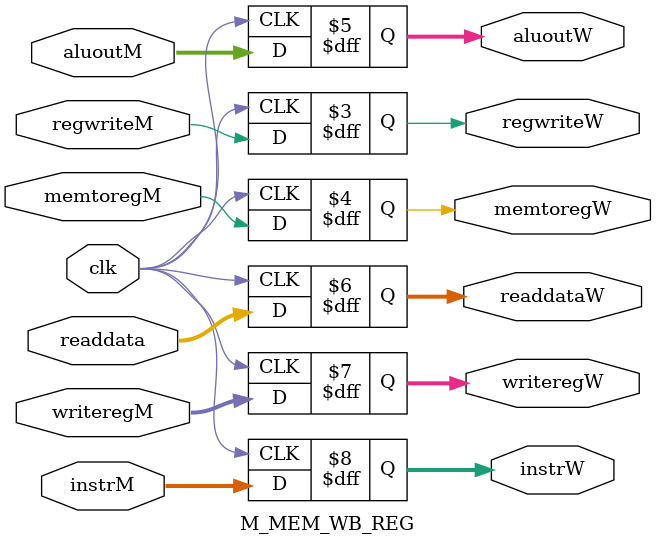
<source format=v>

module M_MEM_WB_REG(
    input clk,
    input[31:0] instrM,
    input regwriteM,
    input memtoregM,
    input[31:0] aluoutM, readdata,
    input[4:0] writeregM,
    output reg regwriteW,
    output reg memtoregW,
    output reg[31:0] aluoutW, readdataW,
    output reg[4:0] writeregW,
    output reg[31:0] instrW);

    always@(posedge clk) begin
        //$display("MEM to WB");
        regwriteW <= regwriteM;
        memtoregW <= memtoregM;
        aluoutW <= aluoutM;
        readdataW <= readdata;
        writeregW <= writeregM;
        instrW <= instrM;

        if(instrW!=8'hx)
            $display("Instruction %h is in WB stage", instrW);
    end
endmodule
</source>
